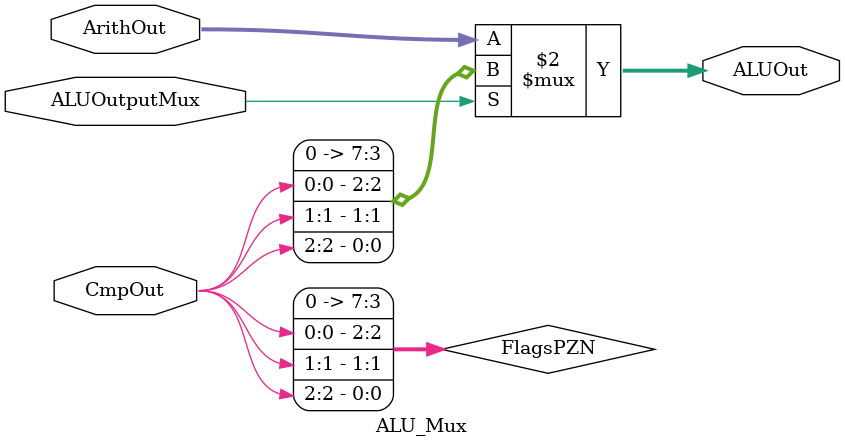
<source format=sv>
`timescale 1ns / 1ps


module ALU_Mux#(
    parameter int WIDTH = 8
)(
    input  logic               ALUOutputMux,   // 0: Arithmetic; 1: Comparison flags
    input  logic [WIDTH-1:0]   ArithOut,       // from Arithmetic
    input  logic [2:0]         CmpOut,         // {N,Z,P} from Comparison
    output logic [WIDTH-1:0]   ALUOut          // single ALU bus
);
    
    wire [WIDTH-1:0] FlagsPZN = {
        {(WIDTH-3){1'b0}},
        CmpOut[0]/*P*/, CmpOut[1]/*Z*/, CmpOut[2]/*N*/
    };

    always_comb ALUOut = ALUOutputMux ? FlagsPZN : ArithOut;
endmodule


</source>
